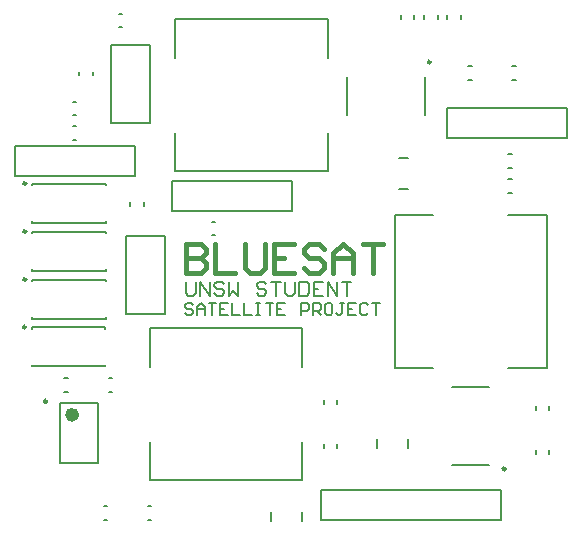
<source format=gto>
%FSAX44Y44*%
%MOMM*%
G71*
G01*
G75*
G04 Layer_Color=65535*
%ADD10C,0.1524*%
%ADD11C,0.1524*%
%ADD12C,1.0000*%
%ADD13R,2.8000X1.3500*%
%ADD14R,1.3500X1.2000*%
%ADD15R,1.2000X1.3500*%
%ADD16R,5.5500X4.2500*%
%ADD17R,4.2500X5.5500*%
%ADD18R,2.5000X1.7000*%
%ADD19R,2.4500X2.2500*%
%ADD20R,1.3500X2.8000*%
%ADD21O,1.7000X0.3500*%
%ADD22R,3.0000X4.2000*%
%ADD23R,4.2000X3.0000*%
%ADD24O,0.3500X1.7000*%
%ADD25C,0.2032*%
%ADD26C,4.0000*%
%ADD27C,1.5000*%
%ADD28R,1.5000X1.5000*%
%ADD29C,0.6000*%
%ADD30O,0.4500X2.4000*%
%ADD31R,0.6000X1.1500*%
%ADD32R,4.8067X3.2941*%
%ADD33R,3.1565X4.8934*%
%ADD34R,2.0828X0.6604*%
%ADD35R,1.6764X2.0828*%
%ADD36C,0.2500*%
%ADD37C,0.6000*%
%ADD38C,0.2000*%
%ADD39C,0.4500*%
D36*
X00532964Y01082280D02*
G03*
X00532964Y01082280I-00001250J00000000D01*
G01*
Y01041640D02*
G03*
X00532964Y01041640I-00001250J00000000D01*
G01*
Y01001000D02*
G03*
X00532964Y01001000I-00001250J00000000D01*
G01*
X00532710Y00960614D02*
G03*
X00532710Y00960614I-00001250J00000000D01*
G01*
X00550600Y00897716D02*
G03*
X00550600Y00897716I-00001250J00000000D01*
G01*
X00938816Y00840562D02*
G03*
X00938816Y00840562I-00001250J00000000D01*
G01*
X00875442Y01184962D02*
G03*
X00875442Y01184962I-00001250J00000000D01*
G01*
D37*
X00574850Y00886466D02*
G03*
X00574850Y00886466I-00003000J00000000D01*
G01*
D38*
X00829772Y00857822D02*
Y00865822D01*
X00855772Y00857822D02*
Y00865822D01*
X00796452Y00895882D02*
Y00898882D01*
X00784952Y00895882D02*
Y00898882D01*
X00940840Y01074512D02*
X00943840D01*
X00940840Y01086012D02*
X00943840D01*
X00940840Y01095594D02*
X00943840D01*
X00940840Y01107094D02*
X00943840D01*
X00941070Y01055354D02*
X00973820D01*
X00941070Y00926354D02*
X00973820D01*
X00844820Y01055354D02*
X00877570D01*
X00844820Y00926354D02*
X00877570D01*
X00973820D02*
Y01055354D01*
X00844820Y00926354D02*
Y01055354D01*
X00849976Y01221510D02*
Y01224510D01*
X00861476Y01221510D02*
Y01224510D01*
X00901100Y01221510D02*
Y01224510D01*
X00889600Y01221510D02*
Y01224510D01*
X00869788Y01221510D02*
Y01224510D01*
X00881288Y01221510D02*
Y01224510D01*
X00611148Y01214466D02*
X00614148D01*
X00611148Y01225966D02*
X00614148D01*
X00659146Y01188720D02*
Y01221470D01*
X00788146Y01188720D02*
Y01221470D01*
X00659146Y01092470D02*
Y01125220D01*
X00788146Y01092470D02*
Y01125220D01*
X00659146Y01221470D02*
X00788146D01*
X00659146Y01092470D02*
X00788146D01*
X00605028Y01133094D02*
Y01199134D01*
Y01133094D02*
X00638048D01*
Y01199134D01*
X00605028D02*
X00638048D01*
X00796452Y00858290D02*
Y00861290D01*
X00784952Y00858290D02*
Y00861290D01*
X00602766Y00905856D02*
X00605766D01*
X00602766Y00917356D02*
X00605766D01*
X00782574Y00822706D02*
X00934974D01*
X00782574Y00797306D02*
X00934974D01*
Y00822706D01*
X00782574Y00797306D02*
Y00822706D01*
X00625094Y01088136D02*
Y01113536D01*
X00523494Y01088136D02*
X00625094D01*
X00523494Y01113536D02*
X00625094D01*
X00523494Y01088136D02*
Y01113536D01*
X00889508Y01120394D02*
Y01145794D01*
X00991108D01*
X00889508Y01120394D02*
X00991108D01*
Y01145794D01*
X00656336Y01059180D02*
Y01084580D01*
X00757936D01*
X00656336Y01059180D02*
X00757936D01*
Y01084580D01*
X00564920Y00905856D02*
X00567920D01*
X00564920Y00917356D02*
X00567920D01*
X00740364Y00796354D02*
Y00804354D01*
X00766364Y00796354D02*
Y00804354D01*
X00637810Y00927100D02*
Y00959850D01*
X00766810Y00927100D02*
Y00959850D01*
X00637810Y00830850D02*
Y00863600D01*
X00766810Y00830850D02*
Y00863600D01*
X00637810Y00959850D02*
X00766810D01*
X00637810Y00830850D02*
X00766810D01*
X00538214Y01082030D02*
X00600214D01*
X00538214Y01049030D02*
X00600214D01*
X00538214Y01080780D02*
Y01082030D01*
X00600214Y01080780D02*
Y01082030D01*
X00538214Y01049030D02*
Y01050280D01*
X00600214Y01049030D02*
Y01050280D01*
X00538214Y01041390D02*
X00600214D01*
X00538214Y01008390D02*
X00600214D01*
X00538214Y01040140D02*
Y01041390D01*
X00600214Y01040140D02*
Y01041390D01*
X00538214Y01008390D02*
Y01009640D01*
X00600214Y01008390D02*
Y01009640D01*
X00538214Y01000750D02*
X00600214D01*
X00538214Y00967750D02*
X00600214D01*
X00538214Y00999500D02*
Y01000750D01*
X00600214Y00999500D02*
Y01000750D01*
X00538214Y00967750D02*
Y00969000D01*
X00600214Y00967750D02*
Y00969000D01*
X00537960Y00960364D02*
X00599960D01*
X00537960Y00927364D02*
X00599960D01*
X00537960Y00959114D02*
Y00960364D01*
X00599960Y00959114D02*
Y00960364D01*
X00537960Y00927364D02*
Y00928614D01*
X00599960Y00927364D02*
Y00928614D01*
X00650748Y00971550D02*
Y01037590D01*
X00617728D02*
X00650748D01*
X00617728Y00971550D02*
Y01037590D01*
Y00971550D02*
X00650748D01*
X00848424Y01077422D02*
X00856424D01*
X00848424Y01103422D02*
X00856424D01*
X00964276Y00853210D02*
Y00856210D01*
X00975776Y00853210D02*
Y00856210D01*
X00964276Y00890802D02*
Y00893802D01*
X00975776Y00890802D02*
Y00893802D01*
X00561850Y00845466D02*
Y00896466D01*
X00593850Y00845466D02*
Y00896466D01*
X00561850D02*
X00593850D01*
X00561850Y00845466D02*
X00593850D01*
X00572286Y01151290D02*
X00575286D01*
X00572286Y01139790D02*
X00575286D01*
X00572286Y01130716D02*
X00575286D01*
X00572286Y01119216D02*
X00575286D01*
X00577942Y01173758D02*
Y01176758D01*
X00589442Y01173758D02*
Y01176758D01*
X00893066Y00844062D02*
X00925066D01*
X00893066Y00910062D02*
X00925066D01*
X00870692Y01140462D02*
Y01172462D01*
X00804692Y01140462D02*
Y01172462D01*
X00598448Y00797652D02*
X00601448D01*
X00598448Y00809152D02*
X00601448D01*
X00632622Y01063522D02*
Y01066522D01*
X00621122Y01063522D02*
Y01066522D01*
X00907058Y01169762D02*
X00910058D01*
X00907058Y01181262D02*
X00910058D01*
X00635786Y00809152D02*
X00638786D01*
X00635786Y00797652D02*
X00638786D01*
X00690142Y01038444D02*
X00693142D01*
X00690142Y01049944D02*
X00693142D01*
X00944396Y01181262D02*
X00947396D01*
X00944396Y01169762D02*
X00947396D01*
X00668300Y00999096D02*
Y00989099D01*
X00670299Y00987100D01*
X00674298D01*
X00676297Y00989099D01*
Y00999096D01*
X00680296Y00987100D02*
Y00999096D01*
X00688294Y00987100D01*
Y00999096D01*
X00700290Y00997097D02*
X00698290Y00999096D01*
X00694292D01*
X00692292Y00997097D01*
Y00995097D01*
X00694292Y00993098D01*
X00698290D01*
X00700290Y00991099D01*
Y00989099D01*
X00698290Y00987100D01*
X00694292D01*
X00692292Y00989099D01*
X00704288Y00999096D02*
Y00987100D01*
X00708287Y00991099D01*
X00712286Y00987100D01*
Y00999096D01*
X00736278Y00997097D02*
X00734279Y00999096D01*
X00730280D01*
X00728281Y00997097D01*
Y00995097D01*
X00730280Y00993098D01*
X00734279D01*
X00736278Y00991099D01*
Y00989099D01*
X00734279Y00987100D01*
X00730280D01*
X00728281Y00989099D01*
X00740277Y00999096D02*
X00748274D01*
X00744275D01*
Y00987100D01*
X00752273Y00999096D02*
Y00989099D01*
X00754272Y00987100D01*
X00758271D01*
X00760270Y00989099D01*
Y00999096D01*
X00764269D02*
Y00987100D01*
X00770267D01*
X00772266Y00989099D01*
Y00997097D01*
X00770267Y00999096D01*
X00764269D01*
X00784262D02*
X00776265D01*
Y00987100D01*
X00784262D01*
X00776265Y00993098D02*
X00780264D01*
X00788261Y00987100D02*
Y00999096D01*
X00796259Y00987100D01*
Y00999096D01*
X00800257D02*
X00808255D01*
X00804256D01*
Y00987100D01*
X00673964Y00979131D02*
X00672298Y00980797D01*
X00668966D01*
X00667300Y00979131D01*
Y00977465D01*
X00668966Y00975798D01*
X00672298D01*
X00673964Y00974132D01*
Y00972466D01*
X00672298Y00970800D01*
X00668966D01*
X00667300Y00972466D01*
X00677297Y00970800D02*
Y00977465D01*
X00680629Y00980797D01*
X00683961Y00977465D01*
Y00970800D01*
Y00975798D01*
X00677297D01*
X00687294Y00980797D02*
X00693958D01*
X00690626D01*
Y00970800D01*
X00703955Y00980797D02*
X00697290D01*
Y00970800D01*
X00703955D01*
X00697290Y00975798D02*
X00700623D01*
X00707287Y00980797D02*
Y00970800D01*
X00713952D01*
X00717284Y00980797D02*
Y00970800D01*
X00723948D01*
X00727281Y00980797D02*
X00730613D01*
X00728947D01*
Y00970800D01*
X00727281D01*
X00730613D01*
X00735611Y00980797D02*
X00742276D01*
X00738944D01*
Y00970800D01*
X00752273Y00980797D02*
X00745608D01*
Y00970800D01*
X00752273D01*
X00745608Y00975798D02*
X00748940D01*
X00765602Y00970800D02*
Y00980797D01*
X00770600D01*
X00772266Y00979131D01*
Y00975798D01*
X00770600Y00974132D01*
X00765602D01*
X00775598Y00970800D02*
Y00980797D01*
X00780597D01*
X00782263Y00979131D01*
Y00975798D01*
X00780597Y00974132D01*
X00775598D01*
X00778931D02*
X00782263Y00970800D01*
X00790594Y00980797D02*
X00787261D01*
X00785595Y00979131D01*
Y00972466D01*
X00787261Y00970800D01*
X00790594D01*
X00792260Y00972466D01*
Y00979131D01*
X00790594Y00980797D01*
X00802256D02*
X00798924D01*
X00800590D01*
Y00972466D01*
X00798924Y00970800D01*
X00797258D01*
X00795592Y00972466D01*
X00812253Y00980797D02*
X00805589D01*
Y00970800D01*
X00812253D01*
X00805589Y00975798D02*
X00808921D01*
X00822250Y00979131D02*
X00820584Y00980797D01*
X00817252D01*
X00815586Y00979131D01*
Y00972466D01*
X00817252Y00970800D01*
X00820584D01*
X00822250Y00972466D01*
X00825582Y00980797D02*
X00832247D01*
X00828915D01*
Y00970800D01*
D39*
X00668100Y01031292D02*
Y01006300D01*
X00680596D01*
X00684761Y01010465D01*
Y01014631D01*
X00680596Y01018796D01*
X00668100D01*
X00680596D01*
X00684761Y01022961D01*
Y01027127D01*
X00680596Y01031292D01*
X00668100D01*
X00693092D02*
Y01006300D01*
X00709753D01*
X00718084Y01031292D02*
Y01010465D01*
X00722249Y01006300D01*
X00730580D01*
X00734745Y01010465D01*
Y01031292D01*
X00759737D02*
X00743076D01*
Y01006300D01*
X00759737D01*
X00743076Y01018796D02*
X00751406D01*
X00784729Y01027127D02*
X00780564Y01031292D01*
X00772233D01*
X00768068Y01027127D01*
Y01022961D01*
X00772233Y01018796D01*
X00780564D01*
X00784729Y01014631D01*
Y01010465D01*
X00780564Y01006300D01*
X00772233D01*
X00768068Y01010465D01*
X00793060Y01006300D02*
Y01022961D01*
X00801390Y01031292D01*
X00809721Y01022961D01*
Y01006300D01*
Y01018796D01*
X00793060D01*
X00818052Y01031292D02*
X00834713D01*
X00826382D01*
Y01006300D01*
M02*

</source>
